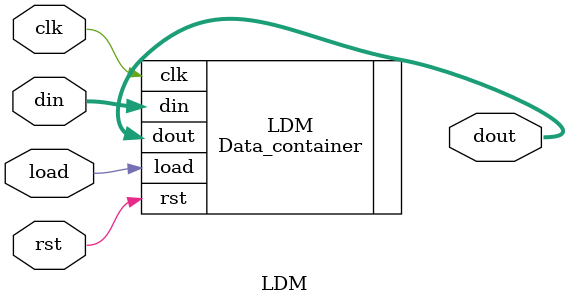
<source format=v>
`timescale 1ns / 1ps


module LDM(
    input wire clk,    // 时钟输入
    input wire rst,    // 复位输入
    input wire [31:0] din, // 数据输入
    input wire load,   // 载入控制输入
    output wire [31:0] dout // 数据输出
    );

Data_container LDM(
    .clk(clk),
    .rst(rst),
    .din(din),
    .load(load),
    .dout(dout)
);

endmodule

</source>
